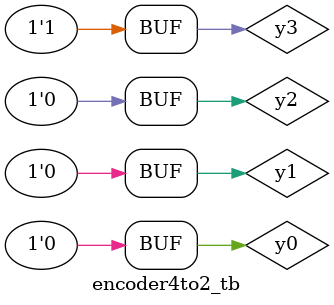
<source format=v>
`timescale 1ns/1ps
module encoder4to2_tb;
  reg y3,y2,y1,y0;
  wire a1,a0;
   encoder4x2 ins1(y3,y2,y1,y0,a1,a0);
  initial
begin
  $dumpfile("encoder4x2.vcd");
   $dumpvars(1);
end
initial
begin
      y3=1'b0; y2=1'b0; y1=1'b0; y0=1'b1;
   #5 y3=1'b0; y2=1'b0; y1=1'b1; y0=1'b0;
   #5 y3=1'b0; y2=1'b1; y1=1'b0; y0=1'b0;
   #5 y3=1'b1; y2=1'b0; y1=1'b0; y0=1'b0;
end
initial
  $monitor("simtime=%0g, y3=%b, y2=%b, y1=%b, y0=%b, a1=%b, a0=%b", $time, y3,y2,y1,y0,a1,a0);
endmodule
</source>
